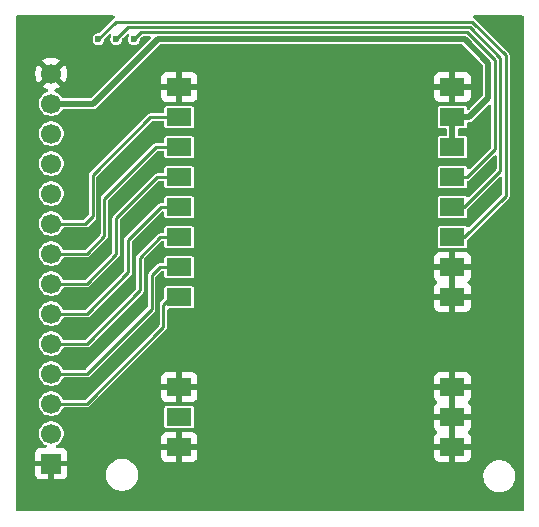
<source format=gbr>
%TF.GenerationSoftware,KiCad,Pcbnew,9.0.4*%
%TF.CreationDate,2025-09-16T08:38:51+02:00*%
%TF.ProjectId,Kimera_E22,4b696d65-7261-45f4-9532-322e6b696361,rev?*%
%TF.SameCoordinates,Original*%
%TF.FileFunction,Copper,L1,Top*%
%TF.FilePolarity,Positive*%
%FSLAX46Y46*%
G04 Gerber Fmt 4.6, Leading zero omitted, Abs format (unit mm)*
G04 Created by KiCad (PCBNEW 9.0.4) date 2025-09-16 08:38:51*
%MOMM*%
%LPD*%
G01*
G04 APERTURE LIST*
%TA.AperFunction,SMDPad,CuDef*%
%ADD10R,2.080000X1.510000*%
%TD*%
%TA.AperFunction,ComponentPad*%
%ADD11R,1.700000X1.700000*%
%TD*%
%TA.AperFunction,ComponentPad*%
%ADD12C,1.700000*%
%TD*%
%TA.AperFunction,ViaPad*%
%ADD13C,0.600000*%
%TD*%
%TA.AperFunction,Conductor*%
%ADD14C,0.250000*%
%TD*%
%TA.AperFunction,Conductor*%
%ADD15C,0.500000*%
%TD*%
G04 APERTURE END LIST*
D10*
%TO.P,U1,1,GND*%
%TO.N,Net-(J1-Pin_1)*%
X139970000Y-95030000D03*
%TO.P,U1,2,GND*%
X139970000Y-92490000D03*
%TO.P,U1,3,GND*%
X139970000Y-89950000D03*
%TO.P,U1,4,GND*%
X139970000Y-82350000D03*
%TO.P,U1,5,GND*%
X139970000Y-79810000D03*
%TO.P,U1,6,RXEN*%
%TO.N,Net-(J1-Pin_12)*%
X139970000Y-77270000D03*
%TO.P,U1,7,TXEN*%
%TO.N,Net-(J1-Pin_11)*%
X139970000Y-74730000D03*
%TO.P,U1,8,DIO2*%
%TO.N,Net-(J1-Pin_10)*%
X139970000Y-72190000D03*
%TO.P,U1,9,VCC*%
%TO.N,Net-(J1-Pin_13)*%
X139970000Y-69650000D03*
%TO.P,U1,10,VCC*%
X139970000Y-67110000D03*
%TO.P,U1,11,GND*%
%TO.N,Net-(J1-Pin_1)*%
X139970000Y-64570000D03*
%TO.P,U1,12,GND*%
X116820000Y-64570000D03*
%TO.P,U1,13,DIO1*%
%TO.N,Net-(J1-Pin_9)*%
X116820000Y-67110000D03*
%TO.P,U1,14,BUSY*%
%TO.N,Net-(J1-Pin_8)*%
X116820000Y-69650000D03*
%TO.P,U1,15,~{RST}*%
%TO.N,Net-(J1-Pin_7)*%
X116820000Y-72190000D03*
%TO.P,U1,16,MISO*%
%TO.N,Net-(J1-Pin_6)*%
X116820000Y-74730000D03*
%TO.P,U1,17,MOSI*%
%TO.N,Net-(J1-Pin_5)*%
X116820000Y-77270000D03*
%TO.P,U1,18,SCK*%
%TO.N,Net-(J1-Pin_4)*%
X116820000Y-79810000D03*
%TO.P,U1,19,NSS*%
%TO.N,Net-(J1-Pin_3)*%
X116820000Y-82350000D03*
%TO.P,U1,20,GND*%
%TO.N,Net-(J1-Pin_1)*%
X116820000Y-89950000D03*
%TO.P,U1,21,ANT*%
%TO.N,unconnected-(U1-ANT-Pad21)*%
X116820000Y-92490000D03*
%TO.P,U1,22,GND*%
%TO.N,Net-(J1-Pin_1)*%
X116820000Y-95030000D03*
%TD*%
D11*
%TO.P,J1,1,Pin_1*%
%TO.N,Net-(J1-Pin_1)*%
X106000000Y-96440000D03*
D12*
%TO.P,J1,2,Pin_2*%
%TO.N,unconnected-(J1-Pin_2-Pad2)*%
X106000000Y-93900000D03*
%TO.P,J1,3,Pin_3*%
%TO.N,Net-(J1-Pin_3)*%
X106000000Y-91360000D03*
%TO.P,J1,4,Pin_4*%
%TO.N,Net-(J1-Pin_4)*%
X106000000Y-88820000D03*
%TO.P,J1,5,Pin_5*%
%TO.N,Net-(J1-Pin_5)*%
X106000000Y-86280000D03*
%TO.P,J1,6,Pin_6*%
%TO.N,Net-(J1-Pin_6)*%
X106000000Y-83740000D03*
%TO.P,J1,7,Pin_7*%
%TO.N,Net-(J1-Pin_7)*%
X106000000Y-81200000D03*
%TO.P,J1,8,Pin_8*%
%TO.N,Net-(J1-Pin_8)*%
X106000000Y-78660000D03*
%TO.P,J1,9,Pin_9*%
%TO.N,Net-(J1-Pin_9)*%
X106000000Y-76120000D03*
%TO.P,J1,10,Pin_10*%
%TO.N,Net-(J1-Pin_10)*%
X106000000Y-73580000D03*
%TO.P,J1,11,Pin_11*%
%TO.N,Net-(J1-Pin_11)*%
X106000000Y-71040000D03*
%TO.P,J1,12,Pin_12*%
%TO.N,Net-(J1-Pin_12)*%
X106000000Y-68500000D03*
%TO.P,J1,13,Pin_13*%
%TO.N,Net-(J1-Pin_13)*%
X106000000Y-65960000D03*
%TO.P,J1,14,Pin_14*%
%TO.N,Net-(J1-Pin_1)*%
X106000000Y-63420000D03*
%TD*%
D13*
%TO.N,Net-(J1-Pin_10)*%
X113000000Y-60500000D03*
%TO.N,Net-(J1-Pin_12)*%
X110000000Y-60500000D03*
%TO.N,Net-(J1-Pin_11)*%
X111500000Y-60500000D03*
%TD*%
D14*
%TO.N,Net-(J1-Pin_10)*%
X141238587Y-59924000D02*
X113576000Y-59924000D01*
X141200000Y-72190000D02*
X143576000Y-69814000D01*
X113576000Y-59924000D02*
X113000000Y-60500000D01*
X143576000Y-62261412D02*
X141238587Y-59924000D01*
X139970000Y-72190000D02*
X141200000Y-72190000D01*
X143576000Y-69814000D02*
X143576000Y-62261412D01*
%TO.N,Net-(J1-Pin_3)*%
X115500000Y-84860000D02*
X115500000Y-83000000D01*
X115500000Y-83000000D02*
X116150000Y-82350000D01*
X116150000Y-82350000D02*
X116820000Y-82350000D01*
X106000000Y-91360000D02*
X109000000Y-91360000D01*
X109000000Y-91360000D02*
X115500000Y-84860000D01*
%TO.N,Net-(J1-Pin_7)*%
X111500000Y-75660000D02*
X114970000Y-72190000D01*
X106000000Y-81200000D02*
X109000000Y-81200000D01*
X111500000Y-78700000D02*
X111500000Y-75660000D01*
X109000000Y-81200000D02*
X111500000Y-78700000D01*
X114970000Y-72190000D02*
X116820000Y-72190000D01*
%TO.N,Net-(J1-Pin_5)*%
X106000000Y-86280000D02*
X109000000Y-86280000D01*
X113500000Y-81780000D02*
X113500000Y-79000000D01*
X109000000Y-86280000D02*
X113500000Y-81780000D01*
X113500000Y-79000000D02*
X115230000Y-77270000D01*
X115230000Y-77270000D02*
X116820000Y-77270000D01*
%TO.N,Net-(J1-Pin_6)*%
X109000000Y-83740000D02*
X112500000Y-80240000D01*
X115270000Y-74730000D02*
X116820000Y-74730000D01*
X112500000Y-80240000D02*
X112500000Y-77500000D01*
X106000000Y-83740000D02*
X109000000Y-83740000D01*
X112500000Y-77500000D02*
X115270000Y-74730000D01*
%TO.N,Net-(J1-Pin_12)*%
X141612207Y-59022000D02*
X111478000Y-59022000D01*
X140970000Y-77270000D02*
X144478000Y-73762000D01*
X144478000Y-61887793D02*
X141612207Y-59022000D01*
X111478000Y-59022000D02*
X110000000Y-60500000D01*
X144478000Y-73762000D02*
X144478000Y-61887793D01*
X139970000Y-77270000D02*
X140970000Y-77270000D01*
%TO.N,Net-(J1-Pin_8)*%
X110500000Y-74000000D02*
X114850000Y-69650000D01*
X110500000Y-77160000D02*
X110500000Y-74000000D01*
X114850000Y-69650000D02*
X116820000Y-69650000D01*
X106000000Y-78660000D02*
X109000000Y-78660000D01*
X109000000Y-78660000D02*
X110500000Y-77160000D01*
%TO.N,Net-(J1-Pin_9)*%
X108880000Y-76120000D02*
X109500000Y-75500000D01*
X106000000Y-76120000D02*
X108880000Y-76120000D01*
X109500000Y-72010000D02*
X114400000Y-67110000D01*
X114400000Y-67110000D02*
X116820000Y-67110000D01*
X109500000Y-75500000D02*
X109500000Y-72010000D01*
%TO.N,Net-(J1-Pin_4)*%
X115190000Y-79810000D02*
X116820000Y-79810000D01*
X106000000Y-88820000D02*
X109000000Y-88820000D01*
X114500000Y-83320000D02*
X114500000Y-80500000D01*
X109000000Y-88820000D02*
X114500000Y-83320000D01*
X114500000Y-80500000D02*
X115190000Y-79810000D01*
%TO.N,Net-(J1-Pin_11)*%
X144027000Y-71643000D02*
X140940000Y-74730000D01*
X144027000Y-62074603D02*
X144027000Y-71643000D01*
X139970000Y-74730000D02*
X140770000Y-74730000D01*
X140940000Y-74730000D02*
X139970000Y-74730000D01*
X111500000Y-60500000D02*
X112527000Y-59473000D01*
X112527000Y-59473000D02*
X141425397Y-59473000D01*
X141425397Y-59473000D02*
X144027000Y-62074603D01*
D15*
%TO.N,Net-(J1-Pin_13)*%
X139970000Y-67110000D02*
X141390000Y-67110000D01*
X139970000Y-67110000D02*
X139970000Y-69650000D01*
X143000000Y-65500000D02*
X143000000Y-62500000D01*
X115000000Y-60500000D02*
X109500000Y-66000000D01*
X109500000Y-66000000D02*
X109460000Y-65960000D01*
X109460000Y-65960000D02*
X106000000Y-65960000D01*
X141390000Y-67110000D02*
X143000000Y-65500000D01*
X143000000Y-62500000D02*
X141000000Y-60500000D01*
X141000000Y-60500000D02*
X115000000Y-60500000D01*
%TD*%
%TA.AperFunction,Conductor*%
%TO.N,Net-(J1-Pin_1)*%
G36*
X111334528Y-58520185D02*
G01*
X111380283Y-58572989D01*
X111390227Y-58642147D01*
X111361202Y-58705703D01*
X111329489Y-58731887D01*
X111278141Y-58761532D01*
X111278136Y-58761536D01*
X110076492Y-59963181D01*
X110015169Y-59996666D01*
X109988811Y-59999500D01*
X109934108Y-59999500D01*
X109806812Y-60033608D01*
X109692686Y-60099500D01*
X109692683Y-60099502D01*
X109599502Y-60192683D01*
X109599500Y-60192686D01*
X109533608Y-60306812D01*
X109499500Y-60434108D01*
X109499500Y-60565891D01*
X109533608Y-60693187D01*
X109566554Y-60750250D01*
X109599500Y-60807314D01*
X109692686Y-60900500D01*
X109806814Y-60966392D01*
X109934108Y-61000500D01*
X109934110Y-61000500D01*
X110065890Y-61000500D01*
X110065892Y-61000500D01*
X110193186Y-60966392D01*
X110307314Y-60900500D01*
X110400500Y-60807314D01*
X110466392Y-60693186D01*
X110500500Y-60565892D01*
X110500500Y-60511188D01*
X110520185Y-60444149D01*
X110536819Y-60423507D01*
X110710826Y-60249500D01*
X110886826Y-60073499D01*
X110948147Y-60040016D01*
X111017838Y-60045000D01*
X111073772Y-60086871D01*
X111098189Y-60152336D01*
X111083337Y-60220609D01*
X111081892Y-60223182D01*
X111033609Y-60306810D01*
X111033609Y-60306811D01*
X110999500Y-60434108D01*
X110999500Y-60565891D01*
X111033608Y-60693187D01*
X111066554Y-60750250D01*
X111099500Y-60807314D01*
X111192686Y-60900500D01*
X111306814Y-60966392D01*
X111434108Y-61000500D01*
X111434110Y-61000500D01*
X111565890Y-61000500D01*
X111565892Y-61000500D01*
X111693186Y-60966392D01*
X111807314Y-60900500D01*
X111900500Y-60807314D01*
X111966392Y-60693186D01*
X112000500Y-60565892D01*
X112000500Y-60511188D01*
X112020185Y-60444150D01*
X112036819Y-60423508D01*
X112210827Y-60249500D01*
X112386825Y-60073501D01*
X112448146Y-60040018D01*
X112517837Y-60045002D01*
X112573771Y-60086873D01*
X112598188Y-60152338D01*
X112583336Y-60220611D01*
X112581891Y-60223184D01*
X112533609Y-60306810D01*
X112533609Y-60306811D01*
X112499500Y-60434108D01*
X112499500Y-60565891D01*
X112533608Y-60693187D01*
X112566554Y-60750250D01*
X112599500Y-60807314D01*
X112692686Y-60900500D01*
X112806814Y-60966392D01*
X112934108Y-61000500D01*
X112934110Y-61000500D01*
X113065890Y-61000500D01*
X113065892Y-61000500D01*
X113193186Y-60966392D01*
X113307314Y-60900500D01*
X113400500Y-60807314D01*
X113466392Y-60693186D01*
X113500500Y-60565892D01*
X113500500Y-60511188D01*
X113509144Y-60481748D01*
X113515668Y-60451762D01*
X113519422Y-60446746D01*
X113520185Y-60444150D01*
X113536819Y-60423508D01*
X113674508Y-60285819D01*
X113735831Y-60252334D01*
X113762189Y-60249500D01*
X114314034Y-60249500D01*
X114381073Y-60269185D01*
X114426828Y-60321989D01*
X114436772Y-60391147D01*
X114407747Y-60454703D01*
X114401715Y-60461181D01*
X109389716Y-65473181D01*
X109328393Y-65506666D01*
X109302035Y-65509500D01*
X107028691Y-65509500D01*
X106961652Y-65489815D01*
X106925589Y-65454391D01*
X106815977Y-65290344D01*
X106669657Y-65144024D01*
X106583626Y-65086541D01*
X106497598Y-65029059D01*
X106497593Y-65029057D01*
X106435891Y-65003499D01*
X106332890Y-64960834D01*
X106278488Y-64916994D01*
X106256423Y-64850700D01*
X106273702Y-64783001D01*
X106324839Y-64735390D01*
X106342026Y-64728343D01*
X106518217Y-64671095D01*
X106707554Y-64574622D01*
X106761716Y-64535270D01*
X106761717Y-64535270D01*
X106129408Y-63902962D01*
X106192993Y-63885925D01*
X106307007Y-63820099D01*
X106400099Y-63727007D01*
X106465925Y-63612993D01*
X106482962Y-63549409D01*
X107115270Y-64181717D01*
X107115270Y-64181716D01*
X107154622Y-64127554D01*
X107251095Y-63938217D01*
X107316757Y-63736130D01*
X107316757Y-63736127D01*
X107350000Y-63526246D01*
X107350000Y-63313753D01*
X107316757Y-63103872D01*
X107316757Y-63103869D01*
X107251095Y-62901782D01*
X107154624Y-62712449D01*
X107115270Y-62658282D01*
X107115269Y-62658282D01*
X106482962Y-63290590D01*
X106465925Y-63227007D01*
X106400099Y-63112993D01*
X106307007Y-63019901D01*
X106192993Y-62954075D01*
X106129409Y-62937037D01*
X106761716Y-62304728D01*
X106707550Y-62265375D01*
X106518217Y-62168904D01*
X106316129Y-62103242D01*
X106106246Y-62070000D01*
X105893754Y-62070000D01*
X105683872Y-62103242D01*
X105683869Y-62103242D01*
X105481782Y-62168904D01*
X105292439Y-62265380D01*
X105238282Y-62304727D01*
X105238282Y-62304728D01*
X105870591Y-62937037D01*
X105807007Y-62954075D01*
X105692993Y-63019901D01*
X105599901Y-63112993D01*
X105534075Y-63227007D01*
X105517037Y-63290591D01*
X104884728Y-62658282D01*
X104884727Y-62658282D01*
X104845380Y-62712439D01*
X104748904Y-62901782D01*
X104683242Y-63103869D01*
X104683242Y-63103872D01*
X104650000Y-63313753D01*
X104650000Y-63526246D01*
X104683242Y-63736127D01*
X104683242Y-63736130D01*
X104748904Y-63938217D01*
X104845375Y-64127550D01*
X104884728Y-64181716D01*
X105517037Y-63549408D01*
X105534075Y-63612993D01*
X105599901Y-63727007D01*
X105692993Y-63820099D01*
X105807007Y-63885925D01*
X105870590Y-63902962D01*
X105238282Y-64535269D01*
X105238282Y-64535270D01*
X105292449Y-64574624D01*
X105481782Y-64671095D01*
X105657973Y-64728343D01*
X105715648Y-64767780D01*
X105742847Y-64832139D01*
X105730932Y-64900985D01*
X105683688Y-64952461D01*
X105667108Y-64960835D01*
X105502403Y-65029057D01*
X105330342Y-65144024D01*
X105184024Y-65290342D01*
X105069058Y-65462403D01*
X104989870Y-65653579D01*
X104989868Y-65653587D01*
X104949500Y-65856530D01*
X104949500Y-66063469D01*
X104989868Y-66266412D01*
X104989870Y-66266420D01*
X105069058Y-66457596D01*
X105184024Y-66629657D01*
X105330342Y-66775975D01*
X105330345Y-66775977D01*
X105502402Y-66890941D01*
X105693580Y-66970130D01*
X105896530Y-67010499D01*
X105896534Y-67010500D01*
X105896535Y-67010500D01*
X106103466Y-67010500D01*
X106103467Y-67010499D01*
X106306420Y-66970130D01*
X106497598Y-66890941D01*
X106669655Y-66775977D01*
X106815977Y-66629655D01*
X106925589Y-66465609D01*
X106979201Y-66420804D01*
X107028691Y-66410500D01*
X109278998Y-66410500D01*
X109318104Y-66418278D01*
X109318261Y-66417695D01*
X109326112Y-66419798D01*
X109326113Y-66419799D01*
X109440691Y-66450499D01*
X109440694Y-66450499D01*
X109559307Y-66450499D01*
X109559310Y-66450499D01*
X109649669Y-66426287D01*
X109673884Y-66419800D01*
X109673885Y-66419799D01*
X109673887Y-66419799D01*
X109676522Y-66418278D01*
X109776607Y-66360494D01*
X109776606Y-66360494D01*
X109776614Y-66360490D01*
X109860490Y-66276614D01*
X109860490Y-66276612D01*
X109870694Y-66266409D01*
X109870697Y-66266404D01*
X110764257Y-65372844D01*
X115280000Y-65372844D01*
X115286401Y-65432372D01*
X115286403Y-65432379D01*
X115336645Y-65567086D01*
X115336649Y-65567093D01*
X115422809Y-65682187D01*
X115422812Y-65682190D01*
X115537906Y-65768350D01*
X115537913Y-65768354D01*
X115672620Y-65818596D01*
X115672627Y-65818598D01*
X115732155Y-65824999D01*
X115732172Y-65825000D01*
X116570000Y-65825000D01*
X117070000Y-65825000D01*
X117907828Y-65825000D01*
X117907844Y-65824999D01*
X117967372Y-65818598D01*
X117967379Y-65818596D01*
X118102086Y-65768354D01*
X118102093Y-65768350D01*
X118217187Y-65682190D01*
X118217190Y-65682187D01*
X118303350Y-65567093D01*
X118303354Y-65567086D01*
X118353596Y-65432379D01*
X118353598Y-65432372D01*
X118359999Y-65372844D01*
X138430000Y-65372844D01*
X138436401Y-65432372D01*
X138436403Y-65432379D01*
X138486645Y-65567086D01*
X138486649Y-65567093D01*
X138572809Y-65682187D01*
X138572812Y-65682190D01*
X138687906Y-65768350D01*
X138687913Y-65768354D01*
X138822620Y-65818596D01*
X138822627Y-65818598D01*
X138882155Y-65824999D01*
X138882172Y-65825000D01*
X139720000Y-65825000D01*
X140220000Y-65825000D01*
X141057828Y-65825000D01*
X141057844Y-65824999D01*
X141117372Y-65818598D01*
X141117379Y-65818596D01*
X141252086Y-65768354D01*
X141252093Y-65768350D01*
X141367187Y-65682190D01*
X141367190Y-65682187D01*
X141453350Y-65567093D01*
X141453354Y-65567086D01*
X141503596Y-65432379D01*
X141503598Y-65432372D01*
X141509999Y-65372844D01*
X141510000Y-65372827D01*
X141510000Y-64820000D01*
X140220000Y-64820000D01*
X140220000Y-65825000D01*
X139720000Y-65825000D01*
X139720000Y-64820000D01*
X138430000Y-64820000D01*
X138430000Y-65372844D01*
X118359999Y-65372844D01*
X118360000Y-65372827D01*
X118360000Y-64820000D01*
X117070000Y-64820000D01*
X117070000Y-65825000D01*
X116570000Y-65825000D01*
X116570000Y-64820000D01*
X115280000Y-64820000D01*
X115280000Y-65372844D01*
X110764257Y-65372844D01*
X112369947Y-63767155D01*
X115280000Y-63767155D01*
X115280000Y-64320000D01*
X116570000Y-64320000D01*
X117070000Y-64320000D01*
X118360000Y-64320000D01*
X118360000Y-63767172D01*
X118359999Y-63767155D01*
X138430000Y-63767155D01*
X138430000Y-64320000D01*
X139720000Y-64320000D01*
X140220000Y-64320000D01*
X141510000Y-64320000D01*
X141510000Y-63767172D01*
X141509999Y-63767155D01*
X141503598Y-63707627D01*
X141503596Y-63707620D01*
X141453354Y-63572913D01*
X141453350Y-63572906D01*
X141367190Y-63457812D01*
X141367187Y-63457809D01*
X141252093Y-63371649D01*
X141252086Y-63371645D01*
X141117379Y-63321403D01*
X141117372Y-63321401D01*
X141057844Y-63315000D01*
X140220000Y-63315000D01*
X140220000Y-64320000D01*
X139720000Y-64320000D01*
X139720000Y-63315000D01*
X138882155Y-63315000D01*
X138822627Y-63321401D01*
X138822620Y-63321403D01*
X138687913Y-63371645D01*
X138687906Y-63371649D01*
X138572812Y-63457809D01*
X138572809Y-63457812D01*
X138486649Y-63572906D01*
X138486645Y-63572913D01*
X138436403Y-63707620D01*
X138436401Y-63707627D01*
X138430000Y-63767155D01*
X118359999Y-63767155D01*
X118353598Y-63707627D01*
X118353596Y-63707620D01*
X118303354Y-63572913D01*
X118303350Y-63572906D01*
X118217190Y-63457812D01*
X118217187Y-63457809D01*
X118102093Y-63371649D01*
X118102086Y-63371645D01*
X117967379Y-63321403D01*
X117967372Y-63321401D01*
X117907844Y-63315000D01*
X117070000Y-63315000D01*
X117070000Y-64320000D01*
X116570000Y-64320000D01*
X116570000Y-63315000D01*
X115732155Y-63315000D01*
X115672627Y-63321401D01*
X115672620Y-63321403D01*
X115537913Y-63371645D01*
X115537906Y-63371649D01*
X115422812Y-63457809D01*
X115422809Y-63457812D01*
X115336649Y-63572906D01*
X115336645Y-63572913D01*
X115286403Y-63707620D01*
X115286401Y-63707627D01*
X115280000Y-63767155D01*
X112369947Y-63767155D01*
X115150285Y-60986819D01*
X115211608Y-60953334D01*
X115237966Y-60950500D01*
X140762035Y-60950500D01*
X140829074Y-60970185D01*
X140849716Y-60986819D01*
X142513181Y-62650284D01*
X142546666Y-62711607D01*
X142549500Y-62737965D01*
X142549500Y-65262034D01*
X142529815Y-65329073D01*
X142513181Y-65349715D01*
X141422181Y-66440715D01*
X141360858Y-66474200D01*
X141291166Y-66469216D01*
X141235233Y-66427344D01*
X141210816Y-66361880D01*
X141210500Y-66353034D01*
X141210500Y-66335249D01*
X141210499Y-66335247D01*
X141198868Y-66276770D01*
X141198867Y-66276769D01*
X141154552Y-66210447D01*
X141088230Y-66166132D01*
X141088229Y-66166131D01*
X141029752Y-66154500D01*
X141029748Y-66154500D01*
X138910252Y-66154500D01*
X138910247Y-66154500D01*
X138851770Y-66166131D01*
X138851769Y-66166132D01*
X138785447Y-66210447D01*
X138741132Y-66276769D01*
X138741131Y-66276770D01*
X138729500Y-66335247D01*
X138729500Y-67884752D01*
X138741131Y-67943229D01*
X138741132Y-67943230D01*
X138785447Y-68009552D01*
X138851769Y-68053867D01*
X138851770Y-68053868D01*
X138910247Y-68065499D01*
X138910250Y-68065500D01*
X138910252Y-68065500D01*
X139395500Y-68065500D01*
X139462539Y-68085185D01*
X139508294Y-68137989D01*
X139519500Y-68189500D01*
X139519500Y-68570500D01*
X139499815Y-68637539D01*
X139447011Y-68683294D01*
X139395500Y-68694500D01*
X138910247Y-68694500D01*
X138851770Y-68706131D01*
X138851769Y-68706132D01*
X138785447Y-68750447D01*
X138741132Y-68816769D01*
X138741131Y-68816770D01*
X138729500Y-68875247D01*
X138729500Y-70424752D01*
X138741131Y-70483229D01*
X138741132Y-70483230D01*
X138785447Y-70549552D01*
X138851769Y-70593867D01*
X138851770Y-70593868D01*
X138910247Y-70605499D01*
X138910250Y-70605500D01*
X138910252Y-70605500D01*
X141029750Y-70605500D01*
X141029751Y-70605499D01*
X141044568Y-70602552D01*
X141088229Y-70593868D01*
X141088229Y-70593867D01*
X141088231Y-70593867D01*
X141154552Y-70549552D01*
X141198867Y-70483231D01*
X141198867Y-70483229D01*
X141198868Y-70483229D01*
X141210499Y-70424752D01*
X141210500Y-70424750D01*
X141210500Y-68875249D01*
X141210499Y-68875247D01*
X141198868Y-68816770D01*
X141198867Y-68816769D01*
X141154552Y-68750447D01*
X141088230Y-68706132D01*
X141088229Y-68706131D01*
X141029752Y-68694500D01*
X141029748Y-68694500D01*
X140544500Y-68694500D01*
X140477461Y-68674815D01*
X140431706Y-68622011D01*
X140420500Y-68570500D01*
X140420500Y-68189500D01*
X140440185Y-68122461D01*
X140492989Y-68076706D01*
X140544500Y-68065500D01*
X141029750Y-68065500D01*
X141029751Y-68065499D01*
X141044568Y-68062552D01*
X141088229Y-68053868D01*
X141088229Y-68053867D01*
X141088231Y-68053867D01*
X141154552Y-68009552D01*
X141198867Y-67943231D01*
X141198867Y-67943229D01*
X141198868Y-67943229D01*
X141210499Y-67884752D01*
X141210500Y-67884750D01*
X141210500Y-67684500D01*
X141210926Y-67683047D01*
X141210534Y-67681585D01*
X141220743Y-67649615D01*
X141230185Y-67617461D01*
X141231327Y-67616470D01*
X141231789Y-67615027D01*
X141257666Y-67593647D01*
X141282989Y-67571706D01*
X141284862Y-67571179D01*
X141285654Y-67570526D01*
X141291354Y-67569355D01*
X141319743Y-67561381D01*
X141327093Y-67560500D01*
X141449309Y-67560500D01*
X141539673Y-67536286D01*
X141563887Y-67529799D01*
X141666614Y-67470489D01*
X143038819Y-66098284D01*
X143100142Y-66064799D01*
X143169834Y-66069783D01*
X143225767Y-66111655D01*
X143250184Y-66177119D01*
X143250500Y-66185965D01*
X143250500Y-69627811D01*
X143230815Y-69694850D01*
X143214181Y-69715492D01*
X141422181Y-71507492D01*
X141360858Y-71540977D01*
X141291166Y-71535993D01*
X141235233Y-71494121D01*
X141210816Y-71428657D01*
X141210500Y-71419811D01*
X141210500Y-71415249D01*
X141210499Y-71415247D01*
X141198868Y-71356770D01*
X141198867Y-71356769D01*
X141154552Y-71290447D01*
X141088230Y-71246132D01*
X141088229Y-71246131D01*
X141029752Y-71234500D01*
X141029748Y-71234500D01*
X138910252Y-71234500D01*
X138910247Y-71234500D01*
X138851770Y-71246131D01*
X138851769Y-71246132D01*
X138785447Y-71290447D01*
X138741132Y-71356769D01*
X138741131Y-71356770D01*
X138729500Y-71415247D01*
X138729500Y-72964752D01*
X138741131Y-73023229D01*
X138741132Y-73023230D01*
X138785447Y-73089552D01*
X138851769Y-73133867D01*
X138851770Y-73133868D01*
X138910247Y-73145499D01*
X138910250Y-73145500D01*
X138910252Y-73145500D01*
X141029750Y-73145500D01*
X141029751Y-73145499D01*
X141044568Y-73142552D01*
X141088229Y-73133868D01*
X141088229Y-73133867D01*
X141088231Y-73133867D01*
X141154552Y-73089552D01*
X141198867Y-73023231D01*
X141198867Y-73023229D01*
X141198868Y-73023229D01*
X141210499Y-72964752D01*
X141210500Y-72964750D01*
X141210500Y-72619317D01*
X141230185Y-72552278D01*
X141282989Y-72506523D01*
X141302405Y-72499543D01*
X141325639Y-72493318D01*
X141399862Y-72450465D01*
X143489819Y-70360508D01*
X143551142Y-70327023D01*
X143620834Y-70332007D01*
X143676767Y-70373879D01*
X143701184Y-70439343D01*
X143701500Y-70448189D01*
X143701500Y-71456811D01*
X143681815Y-71523850D01*
X143665181Y-71544492D01*
X141351383Y-73858289D01*
X141290060Y-73891774D01*
X141220368Y-73886790D01*
X141164435Y-73844918D01*
X141160600Y-73839499D01*
X141154552Y-73830447D01*
X141088230Y-73786132D01*
X141088229Y-73786131D01*
X141029752Y-73774500D01*
X141029748Y-73774500D01*
X138910252Y-73774500D01*
X138910247Y-73774500D01*
X138851770Y-73786131D01*
X138851769Y-73786132D01*
X138785447Y-73830447D01*
X138741132Y-73896769D01*
X138741131Y-73896770D01*
X138729500Y-73955247D01*
X138729500Y-75504752D01*
X138741131Y-75563229D01*
X138741132Y-75563230D01*
X138785447Y-75629552D01*
X138851769Y-75673867D01*
X138851770Y-75673868D01*
X138910247Y-75685499D01*
X138910250Y-75685500D01*
X138910252Y-75685500D01*
X141029750Y-75685500D01*
X141029751Y-75685499D01*
X141044568Y-75682552D01*
X141088229Y-75673868D01*
X141088229Y-75673867D01*
X141088231Y-75673867D01*
X141154552Y-75629552D01*
X141198867Y-75563231D01*
X141198867Y-75563229D01*
X141198868Y-75563229D01*
X141210499Y-75504752D01*
X141210500Y-75504750D01*
X141210500Y-74971189D01*
X141230185Y-74904150D01*
X141246819Y-74883508D01*
X143940819Y-72189508D01*
X144002142Y-72156023D01*
X144071834Y-72161007D01*
X144127767Y-72202879D01*
X144152184Y-72268343D01*
X144152500Y-72277189D01*
X144152500Y-73575811D01*
X144132815Y-73642850D01*
X144116181Y-73663492D01*
X141363399Y-76416273D01*
X141302076Y-76449758D01*
X141232384Y-76444774D01*
X141176451Y-76402902D01*
X141172629Y-76397503D01*
X141154552Y-76370448D01*
X141088231Y-76326133D01*
X141088230Y-76326132D01*
X141088229Y-76326131D01*
X141029752Y-76314500D01*
X141029748Y-76314500D01*
X138910252Y-76314500D01*
X138910247Y-76314500D01*
X138851770Y-76326131D01*
X138851769Y-76326132D01*
X138785447Y-76370447D01*
X138741132Y-76436769D01*
X138741131Y-76436770D01*
X138729500Y-76495247D01*
X138729500Y-78044752D01*
X138741131Y-78103229D01*
X138741132Y-78103230D01*
X138785447Y-78169552D01*
X138851769Y-78213867D01*
X138851770Y-78213868D01*
X138910247Y-78225499D01*
X138910250Y-78225500D01*
X138910252Y-78225500D01*
X141029750Y-78225500D01*
X141029751Y-78225499D01*
X141044568Y-78222552D01*
X141088229Y-78213868D01*
X141088229Y-78213867D01*
X141088231Y-78213867D01*
X141154552Y-78169552D01*
X141198867Y-78103231D01*
X141198867Y-78103229D01*
X141198868Y-78103229D01*
X141210499Y-78044752D01*
X141210500Y-78044750D01*
X141210500Y-77541189D01*
X141230185Y-77474150D01*
X141246819Y-77453508D01*
X142982374Y-75717953D01*
X144738465Y-73961862D01*
X144781318Y-73887639D01*
X144803500Y-73804853D01*
X144803500Y-73719147D01*
X144803500Y-61844940D01*
X144781318Y-61762155D01*
X144781314Y-61762148D01*
X144738469Y-61687937D01*
X144738463Y-61687929D01*
X141812071Y-58761537D01*
X141812069Y-58761535D01*
X141760716Y-58731886D01*
X141712502Y-58681319D01*
X141699280Y-58612712D01*
X141725248Y-58547848D01*
X141782162Y-58507320D01*
X141822718Y-58500500D01*
X145875500Y-58500500D01*
X145942539Y-58520185D01*
X145988294Y-58572989D01*
X145999500Y-58624500D01*
X145999500Y-100375500D01*
X145979815Y-100442539D01*
X145927011Y-100488294D01*
X145875500Y-100499500D01*
X103124500Y-100499500D01*
X103057461Y-100479815D01*
X103011706Y-100427011D01*
X103000500Y-100375500D01*
X103000500Y-95542155D01*
X104650000Y-95542155D01*
X104650000Y-96190000D01*
X105566988Y-96190000D01*
X105534075Y-96247007D01*
X105500000Y-96374174D01*
X105500000Y-96505826D01*
X105534075Y-96632993D01*
X105566988Y-96690000D01*
X104650000Y-96690000D01*
X104650000Y-97337844D01*
X104656401Y-97397372D01*
X104656403Y-97397379D01*
X104706645Y-97532086D01*
X104706649Y-97532093D01*
X104792809Y-97647187D01*
X104792812Y-97647190D01*
X104907906Y-97733350D01*
X104907913Y-97733354D01*
X105042620Y-97783596D01*
X105042627Y-97783598D01*
X105102155Y-97789999D01*
X105102172Y-97790000D01*
X105750000Y-97790000D01*
X105750000Y-96873012D01*
X105807007Y-96905925D01*
X105934174Y-96940000D01*
X106065826Y-96940000D01*
X106192993Y-96905925D01*
X106250000Y-96873012D01*
X106250000Y-97790000D01*
X106897828Y-97790000D01*
X106897844Y-97789999D01*
X106957372Y-97783598D01*
X106957379Y-97783596D01*
X107092086Y-97733354D01*
X107092093Y-97733350D01*
X107207187Y-97647190D01*
X107207190Y-97647187D01*
X107293350Y-97532093D01*
X107293354Y-97532086D01*
X107343596Y-97397379D01*
X107343598Y-97397372D01*
X107349999Y-97337844D01*
X107350000Y-97337827D01*
X107350000Y-97293713D01*
X110639500Y-97293713D01*
X110639500Y-97506286D01*
X110661816Y-97647187D01*
X110672754Y-97716243D01*
X110708495Y-97826243D01*
X110738444Y-97918414D01*
X110834951Y-98107820D01*
X110959890Y-98279786D01*
X111110213Y-98430109D01*
X111282179Y-98555048D01*
X111282181Y-98555049D01*
X111282184Y-98555051D01*
X111471588Y-98651557D01*
X111673757Y-98717246D01*
X111883713Y-98750500D01*
X111883714Y-98750500D01*
X112096286Y-98750500D01*
X112096287Y-98750500D01*
X112306243Y-98717246D01*
X112508412Y-98651557D01*
X112697816Y-98555051D01*
X112719789Y-98539086D01*
X112869786Y-98430109D01*
X112869788Y-98430106D01*
X112869792Y-98430104D01*
X113020104Y-98279792D01*
X113020106Y-98279788D01*
X113020109Y-98279786D01*
X113145048Y-98107820D01*
X113145047Y-98107820D01*
X113145051Y-98107816D01*
X113241557Y-97918412D01*
X113307246Y-97716243D01*
X113340500Y-97506287D01*
X113340500Y-97403713D01*
X142579500Y-97403713D01*
X142579500Y-97616286D01*
X142607013Y-97790000D01*
X142612754Y-97826243D01*
X142642702Y-97918414D01*
X142678444Y-98028414D01*
X142774951Y-98217820D01*
X142899890Y-98389786D01*
X143050213Y-98540109D01*
X143222179Y-98665048D01*
X143222181Y-98665049D01*
X143222184Y-98665051D01*
X143411588Y-98761557D01*
X143613757Y-98827246D01*
X143823713Y-98860500D01*
X143823714Y-98860500D01*
X144036286Y-98860500D01*
X144036287Y-98860500D01*
X144246243Y-98827246D01*
X144448412Y-98761557D01*
X144637816Y-98665051D01*
X144659789Y-98649086D01*
X144809786Y-98540109D01*
X144809788Y-98540106D01*
X144809792Y-98540104D01*
X144960104Y-98389792D01*
X144960106Y-98389788D01*
X144960109Y-98389786D01*
X145085048Y-98217820D01*
X145085047Y-98217820D01*
X145085051Y-98217816D01*
X145181557Y-98028412D01*
X145247246Y-97826243D01*
X145280500Y-97616287D01*
X145280500Y-97403713D01*
X145247246Y-97193757D01*
X145181557Y-96991588D01*
X145085051Y-96802184D01*
X145085049Y-96802181D01*
X145085048Y-96802179D01*
X144960109Y-96630213D01*
X144809786Y-96479890D01*
X144637820Y-96354951D01*
X144448414Y-96258444D01*
X144448413Y-96258443D01*
X144448412Y-96258443D01*
X144246243Y-96192754D01*
X144246241Y-96192753D01*
X144246240Y-96192753D01*
X144084957Y-96167208D01*
X144036287Y-96159500D01*
X143823713Y-96159500D01*
X143775042Y-96167208D01*
X143613760Y-96192753D01*
X143411585Y-96258444D01*
X143222179Y-96354951D01*
X143050213Y-96479890D01*
X142899890Y-96630213D01*
X142774951Y-96802179D01*
X142678444Y-96991585D01*
X142612753Y-97193760D01*
X142579500Y-97403713D01*
X113340500Y-97403713D01*
X113340500Y-97293713D01*
X113307246Y-97083757D01*
X113241557Y-96881588D01*
X113145051Y-96692184D01*
X113145049Y-96692181D01*
X113145048Y-96692179D01*
X113020109Y-96520213D01*
X112869786Y-96369890D01*
X112697820Y-96244951D01*
X112508414Y-96148444D01*
X112508413Y-96148443D01*
X112508412Y-96148443D01*
X112306243Y-96082754D01*
X112306241Y-96082753D01*
X112306240Y-96082753D01*
X112144957Y-96057208D01*
X112096287Y-96049500D01*
X111883713Y-96049500D01*
X111835042Y-96057208D01*
X111673760Y-96082753D01*
X111471585Y-96148444D01*
X111282179Y-96244951D01*
X111110213Y-96369890D01*
X110959890Y-96520213D01*
X110834951Y-96692179D01*
X110738444Y-96881585D01*
X110672753Y-97083760D01*
X110639500Y-97293713D01*
X107350000Y-97293713D01*
X107350000Y-96690000D01*
X106433012Y-96690000D01*
X106465925Y-96632993D01*
X106500000Y-96505826D01*
X106500000Y-96374174D01*
X106465925Y-96247007D01*
X106433012Y-96190000D01*
X107350000Y-96190000D01*
X107350000Y-95832844D01*
X115280000Y-95832844D01*
X115286401Y-95892372D01*
X115286403Y-95892379D01*
X115336645Y-96027086D01*
X115336649Y-96027093D01*
X115422809Y-96142187D01*
X115422812Y-96142190D01*
X115537906Y-96228350D01*
X115537913Y-96228354D01*
X115672620Y-96278596D01*
X115672627Y-96278598D01*
X115732155Y-96284999D01*
X115732172Y-96285000D01*
X116570000Y-96285000D01*
X117070000Y-96285000D01*
X117907828Y-96285000D01*
X117907844Y-96284999D01*
X117967372Y-96278598D01*
X117967379Y-96278596D01*
X118102086Y-96228354D01*
X118102093Y-96228350D01*
X118217187Y-96142190D01*
X118217190Y-96142187D01*
X118303350Y-96027093D01*
X118303354Y-96027086D01*
X118353596Y-95892379D01*
X118353598Y-95892372D01*
X118359999Y-95832844D01*
X138430000Y-95832844D01*
X138436401Y-95892372D01*
X138436403Y-95892379D01*
X138486645Y-96027086D01*
X138486649Y-96027093D01*
X138572809Y-96142187D01*
X138572812Y-96142190D01*
X138687906Y-96228350D01*
X138687913Y-96228354D01*
X138822620Y-96278596D01*
X138822627Y-96278598D01*
X138882155Y-96284999D01*
X138882172Y-96285000D01*
X139720000Y-96285000D01*
X140220000Y-96285000D01*
X141057828Y-96285000D01*
X141057844Y-96284999D01*
X141117372Y-96278598D01*
X141117379Y-96278596D01*
X141252086Y-96228354D01*
X141252093Y-96228350D01*
X141367187Y-96142190D01*
X141367190Y-96142187D01*
X141453350Y-96027093D01*
X141453354Y-96027086D01*
X141503596Y-95892379D01*
X141503598Y-95892372D01*
X141509999Y-95832844D01*
X141510000Y-95832827D01*
X141510000Y-95280000D01*
X140220000Y-95280000D01*
X140220000Y-96285000D01*
X139720000Y-96285000D01*
X139720000Y-95280000D01*
X138430000Y-95280000D01*
X138430000Y-95832844D01*
X118359999Y-95832844D01*
X118360000Y-95832827D01*
X118360000Y-95280000D01*
X117070000Y-95280000D01*
X117070000Y-96285000D01*
X116570000Y-96285000D01*
X116570000Y-95280000D01*
X115280000Y-95280000D01*
X115280000Y-95832844D01*
X107350000Y-95832844D01*
X107350000Y-95542172D01*
X107349999Y-95542155D01*
X107343598Y-95482627D01*
X107343596Y-95482620D01*
X107293354Y-95347913D01*
X107293350Y-95347906D01*
X107259695Y-95302949D01*
X107207190Y-95232812D01*
X107207187Y-95232809D01*
X107092093Y-95146649D01*
X107092086Y-95146645D01*
X106957379Y-95096403D01*
X106957372Y-95096401D01*
X106897844Y-95090000D01*
X106495565Y-95090000D01*
X106428526Y-95070315D01*
X106382771Y-95017511D01*
X106372827Y-94948353D01*
X106401852Y-94884797D01*
X106448112Y-94851439D01*
X106453608Y-94849162D01*
X106497598Y-94830941D01*
X106669655Y-94715977D01*
X106815977Y-94569655D01*
X106930941Y-94397598D01*
X107001541Y-94227155D01*
X115280000Y-94227155D01*
X115280000Y-94780000D01*
X116570000Y-94780000D01*
X117070000Y-94780000D01*
X118360000Y-94780000D01*
X118360000Y-94227172D01*
X118359999Y-94227155D01*
X118353598Y-94167627D01*
X118353596Y-94167620D01*
X118303354Y-94032913D01*
X118303350Y-94032906D01*
X118217190Y-93917812D01*
X118217187Y-93917809D01*
X118102093Y-93831649D01*
X118102086Y-93831645D01*
X117967379Y-93781403D01*
X117967372Y-93781401D01*
X117907844Y-93775000D01*
X117070000Y-93775000D01*
X117070000Y-94780000D01*
X116570000Y-94780000D01*
X116570000Y-93775000D01*
X115732155Y-93775000D01*
X115672627Y-93781401D01*
X115672620Y-93781403D01*
X115537913Y-93831645D01*
X115537906Y-93831649D01*
X115422812Y-93917809D01*
X115422809Y-93917812D01*
X115336649Y-94032906D01*
X115336645Y-94032913D01*
X115286403Y-94167620D01*
X115286401Y-94167627D01*
X115280000Y-94227155D01*
X107001541Y-94227155D01*
X107010130Y-94206420D01*
X107050500Y-94003465D01*
X107050500Y-93796535D01*
X107010130Y-93593580D01*
X106930941Y-93402402D01*
X106815977Y-93230345D01*
X106815975Y-93230342D01*
X106669657Y-93084024D01*
X106583626Y-93026541D01*
X106497598Y-92969059D01*
X106306420Y-92889870D01*
X106306412Y-92889868D01*
X106103469Y-92849500D01*
X106103465Y-92849500D01*
X105896535Y-92849500D01*
X105896530Y-92849500D01*
X105693587Y-92889868D01*
X105693579Y-92889870D01*
X105502403Y-92969058D01*
X105330342Y-93084024D01*
X105184024Y-93230342D01*
X105069058Y-93402403D01*
X104989870Y-93593579D01*
X104989868Y-93593587D01*
X104949500Y-93796530D01*
X104949500Y-94003469D01*
X104989868Y-94206412D01*
X104989870Y-94206420D01*
X105069058Y-94397596D01*
X105184024Y-94569657D01*
X105330342Y-94715975D01*
X105330345Y-94715977D01*
X105502402Y-94830941D01*
X105541993Y-94847340D01*
X105551888Y-94851439D01*
X105606291Y-94895280D01*
X105628356Y-94961574D01*
X105611077Y-95029274D01*
X105559939Y-95076884D01*
X105504435Y-95090000D01*
X105102155Y-95090000D01*
X105042627Y-95096401D01*
X105042620Y-95096403D01*
X104907913Y-95146645D01*
X104907906Y-95146649D01*
X104792812Y-95232809D01*
X104792809Y-95232812D01*
X104706649Y-95347906D01*
X104706645Y-95347913D01*
X104656403Y-95482620D01*
X104656401Y-95482627D01*
X104650000Y-95542155D01*
X103000500Y-95542155D01*
X103000500Y-91256530D01*
X104949500Y-91256530D01*
X104949500Y-91463469D01*
X104989868Y-91666412D01*
X104989870Y-91666420D01*
X105069058Y-91857596D01*
X105184024Y-92029657D01*
X105330342Y-92175975D01*
X105330345Y-92175977D01*
X105502402Y-92290941D01*
X105693580Y-92370130D01*
X105896530Y-92410499D01*
X105896534Y-92410500D01*
X105896535Y-92410500D01*
X106103466Y-92410500D01*
X106103467Y-92410499D01*
X106306420Y-92370130D01*
X106497598Y-92290941D01*
X106669655Y-92175977D01*
X106815977Y-92029655D01*
X106930941Y-91857598D01*
X106970520Y-91762047D01*
X107008234Y-91715247D01*
X115579500Y-91715247D01*
X115579500Y-93264752D01*
X115591131Y-93323229D01*
X115591132Y-93323230D01*
X115635447Y-93389552D01*
X115701769Y-93433867D01*
X115701770Y-93433868D01*
X115760247Y-93445499D01*
X115760250Y-93445500D01*
X115760252Y-93445500D01*
X117879750Y-93445500D01*
X117879751Y-93445499D01*
X117894568Y-93442552D01*
X117938229Y-93433868D01*
X117938229Y-93433867D01*
X117938231Y-93433867D01*
X118004552Y-93389552D01*
X118048867Y-93323231D01*
X118048867Y-93323229D01*
X118048868Y-93323229D01*
X118054912Y-93292844D01*
X138430000Y-93292844D01*
X138436401Y-93352372D01*
X138436403Y-93352379D01*
X138486645Y-93487086D01*
X138486649Y-93487093D01*
X138572809Y-93602187D01*
X138651016Y-93660734D01*
X138692886Y-93716668D01*
X138697870Y-93786360D01*
X138664384Y-93847683D01*
X138651016Y-93859266D01*
X138572809Y-93917812D01*
X138486649Y-94032906D01*
X138486645Y-94032913D01*
X138436403Y-94167620D01*
X138436401Y-94167627D01*
X138430000Y-94227155D01*
X138430000Y-94780000D01*
X139720000Y-94780000D01*
X140220000Y-94780000D01*
X141510000Y-94780000D01*
X141510000Y-94227172D01*
X141509999Y-94227155D01*
X141503598Y-94167627D01*
X141503596Y-94167620D01*
X141453354Y-94032913D01*
X141453350Y-94032906D01*
X141367190Y-93917812D01*
X141367187Y-93917809D01*
X141288984Y-93859266D01*
X141247113Y-93803332D01*
X141242129Y-93733641D01*
X141275615Y-93672318D01*
X141288984Y-93660734D01*
X141367187Y-93602190D01*
X141367190Y-93602187D01*
X141453350Y-93487093D01*
X141453354Y-93487086D01*
X141503596Y-93352379D01*
X141503598Y-93352372D01*
X141509999Y-93292844D01*
X141510000Y-93292827D01*
X141510000Y-92740000D01*
X140220000Y-92740000D01*
X140220000Y-94780000D01*
X139720000Y-94780000D01*
X139720000Y-92740000D01*
X138430000Y-92740000D01*
X138430000Y-93292844D01*
X118054912Y-93292844D01*
X118060499Y-93264752D01*
X118060500Y-93264750D01*
X118060500Y-91715249D01*
X118060499Y-91715247D01*
X118048868Y-91656770D01*
X118048867Y-91656769D01*
X118004552Y-91590447D01*
X117938230Y-91546132D01*
X117938229Y-91546131D01*
X117879752Y-91534500D01*
X117879748Y-91534500D01*
X115760252Y-91534500D01*
X115760247Y-91534500D01*
X115701770Y-91546131D01*
X115701769Y-91546132D01*
X115635447Y-91590447D01*
X115591132Y-91656769D01*
X115591131Y-91656770D01*
X115579500Y-91715247D01*
X107008234Y-91715247D01*
X107014361Y-91707644D01*
X107080655Y-91685579D01*
X107085081Y-91685500D01*
X109042851Y-91685500D01*
X109042853Y-91685500D01*
X109125639Y-91663318D01*
X109199862Y-91620465D01*
X110067483Y-90752844D01*
X115280000Y-90752844D01*
X115286401Y-90812372D01*
X115286403Y-90812379D01*
X115336645Y-90947086D01*
X115336649Y-90947093D01*
X115422809Y-91062187D01*
X115422812Y-91062190D01*
X115537906Y-91148350D01*
X115537913Y-91148354D01*
X115672620Y-91198596D01*
X115672627Y-91198598D01*
X115732155Y-91204999D01*
X115732172Y-91205000D01*
X116570000Y-91205000D01*
X117070000Y-91205000D01*
X117907828Y-91205000D01*
X117907844Y-91204999D01*
X117967372Y-91198598D01*
X117967379Y-91198596D01*
X118102086Y-91148354D01*
X118102093Y-91148350D01*
X118217187Y-91062190D01*
X118217190Y-91062187D01*
X118303350Y-90947093D01*
X118303354Y-90947086D01*
X118353596Y-90812379D01*
X118353598Y-90812372D01*
X118359999Y-90752844D01*
X138430000Y-90752844D01*
X138436401Y-90812372D01*
X138436403Y-90812379D01*
X138486645Y-90947086D01*
X138486649Y-90947093D01*
X138572809Y-91062187D01*
X138651016Y-91120734D01*
X138692886Y-91176668D01*
X138697870Y-91246360D01*
X138664384Y-91307683D01*
X138651016Y-91319266D01*
X138572809Y-91377812D01*
X138486649Y-91492906D01*
X138486645Y-91492913D01*
X138436403Y-91627620D01*
X138436401Y-91627627D01*
X138430000Y-91687155D01*
X138430000Y-92240000D01*
X139720000Y-92240000D01*
X140220000Y-92240000D01*
X141510000Y-92240000D01*
X141510000Y-91687172D01*
X141509999Y-91687155D01*
X141503598Y-91627627D01*
X141503596Y-91627620D01*
X141453354Y-91492913D01*
X141453350Y-91492906D01*
X141367190Y-91377812D01*
X141367187Y-91377809D01*
X141288984Y-91319266D01*
X141247113Y-91263332D01*
X141242129Y-91193641D01*
X141275615Y-91132318D01*
X141288984Y-91120734D01*
X141367187Y-91062190D01*
X141367190Y-91062187D01*
X141453350Y-90947093D01*
X141453354Y-90947086D01*
X141503596Y-90812379D01*
X141503598Y-90812372D01*
X141509999Y-90752844D01*
X141510000Y-90752827D01*
X141510000Y-90200000D01*
X140220000Y-90200000D01*
X140220000Y-92240000D01*
X139720000Y-92240000D01*
X139720000Y-90200000D01*
X138430000Y-90200000D01*
X138430000Y-90752844D01*
X118359999Y-90752844D01*
X118360000Y-90752827D01*
X118360000Y-90200000D01*
X117070000Y-90200000D01*
X117070000Y-91205000D01*
X116570000Y-91205000D01*
X116570000Y-90200000D01*
X115280000Y-90200000D01*
X115280000Y-90752844D01*
X110067483Y-90752844D01*
X111673172Y-89147155D01*
X115280000Y-89147155D01*
X115280000Y-89700000D01*
X116570000Y-89700000D01*
X117070000Y-89700000D01*
X118360000Y-89700000D01*
X118360000Y-89147172D01*
X118359999Y-89147155D01*
X138430000Y-89147155D01*
X138430000Y-89700000D01*
X139720000Y-89700000D01*
X140220000Y-89700000D01*
X141510000Y-89700000D01*
X141510000Y-89147172D01*
X141509999Y-89147155D01*
X141503598Y-89087627D01*
X141503596Y-89087620D01*
X141453354Y-88952913D01*
X141453350Y-88952906D01*
X141367190Y-88837812D01*
X141367187Y-88837809D01*
X141252093Y-88751649D01*
X141252086Y-88751645D01*
X141117379Y-88701403D01*
X141117372Y-88701401D01*
X141057844Y-88695000D01*
X140220000Y-88695000D01*
X140220000Y-89700000D01*
X139720000Y-89700000D01*
X139720000Y-88695000D01*
X138882155Y-88695000D01*
X138822627Y-88701401D01*
X138822620Y-88701403D01*
X138687913Y-88751645D01*
X138687906Y-88751649D01*
X138572812Y-88837809D01*
X138572809Y-88837812D01*
X138486649Y-88952906D01*
X138486645Y-88952913D01*
X138436403Y-89087620D01*
X138436401Y-89087627D01*
X138430000Y-89147155D01*
X118359999Y-89147155D01*
X118353598Y-89087627D01*
X118353596Y-89087620D01*
X118303354Y-88952913D01*
X118303350Y-88952906D01*
X118217190Y-88837812D01*
X118217187Y-88837809D01*
X118102093Y-88751649D01*
X118102086Y-88751645D01*
X117967379Y-88701403D01*
X117967372Y-88701401D01*
X117907844Y-88695000D01*
X117070000Y-88695000D01*
X117070000Y-89700000D01*
X116570000Y-89700000D01*
X116570000Y-88695000D01*
X115732155Y-88695000D01*
X115672627Y-88701401D01*
X115672620Y-88701403D01*
X115537913Y-88751645D01*
X115537906Y-88751649D01*
X115422812Y-88837809D01*
X115422809Y-88837812D01*
X115336649Y-88952906D01*
X115336645Y-88952913D01*
X115286403Y-89087620D01*
X115286401Y-89087627D01*
X115280000Y-89147155D01*
X111673172Y-89147155D01*
X115760465Y-85059862D01*
X115803318Y-84985639D01*
X115825500Y-84902853D01*
X115825500Y-84817147D01*
X115825500Y-83429500D01*
X115845185Y-83362461D01*
X115897989Y-83316706D01*
X115949500Y-83305500D01*
X117879750Y-83305500D01*
X117879751Y-83305499D01*
X117894568Y-83302552D01*
X117938229Y-83293868D01*
X117938229Y-83293867D01*
X117938231Y-83293867D01*
X118004552Y-83249552D01*
X118048867Y-83183231D01*
X118048867Y-83183229D01*
X118048868Y-83183229D01*
X118054912Y-83152844D01*
X138430000Y-83152844D01*
X138436401Y-83212372D01*
X138436403Y-83212379D01*
X138486645Y-83347086D01*
X138486649Y-83347093D01*
X138572809Y-83462187D01*
X138572812Y-83462190D01*
X138687906Y-83548350D01*
X138687913Y-83548354D01*
X138822620Y-83598596D01*
X138822627Y-83598598D01*
X138882155Y-83604999D01*
X138882172Y-83605000D01*
X139720000Y-83605000D01*
X140220000Y-83605000D01*
X141057828Y-83605000D01*
X141057844Y-83604999D01*
X141117372Y-83598598D01*
X141117379Y-83598596D01*
X141252086Y-83548354D01*
X141252093Y-83548350D01*
X141367187Y-83462190D01*
X141367190Y-83462187D01*
X141453350Y-83347093D01*
X141453354Y-83347086D01*
X141503596Y-83212379D01*
X141503598Y-83212372D01*
X141509999Y-83152844D01*
X141510000Y-83152827D01*
X141510000Y-82600000D01*
X140220000Y-82600000D01*
X140220000Y-83605000D01*
X139720000Y-83605000D01*
X139720000Y-82600000D01*
X138430000Y-82600000D01*
X138430000Y-83152844D01*
X118054912Y-83152844D01*
X118060499Y-83124752D01*
X118060500Y-83124750D01*
X118060500Y-81575249D01*
X118060499Y-81575247D01*
X118048868Y-81516770D01*
X118048867Y-81516769D01*
X118004552Y-81450447D01*
X117938230Y-81406132D01*
X117938229Y-81406131D01*
X117879752Y-81394500D01*
X117879748Y-81394500D01*
X115760252Y-81394500D01*
X115760247Y-81394500D01*
X115701770Y-81406131D01*
X115701769Y-81406132D01*
X115635447Y-81450447D01*
X115591132Y-81516769D01*
X115591131Y-81516770D01*
X115579500Y-81575247D01*
X115579500Y-82408811D01*
X115559815Y-82475850D01*
X115543181Y-82496492D01*
X115239537Y-82800135D01*
X115239533Y-82800141D01*
X115196681Y-82874361D01*
X115196682Y-82874362D01*
X115174500Y-82957147D01*
X115174500Y-84673811D01*
X115154815Y-84740850D01*
X115138181Y-84761492D01*
X108901492Y-90998181D01*
X108840169Y-91031666D01*
X108813811Y-91034500D01*
X107085081Y-91034500D01*
X107018042Y-91014815D01*
X106972287Y-90962011D01*
X106970520Y-90957953D01*
X106930942Y-90862403D01*
X106815975Y-90690342D01*
X106669657Y-90544024D01*
X106583626Y-90486541D01*
X106497598Y-90429059D01*
X106306420Y-90349870D01*
X106306412Y-90349868D01*
X106103469Y-90309500D01*
X106103465Y-90309500D01*
X105896535Y-90309500D01*
X105896530Y-90309500D01*
X105693587Y-90349868D01*
X105693579Y-90349870D01*
X105502403Y-90429058D01*
X105330342Y-90544024D01*
X105184024Y-90690342D01*
X105069058Y-90862403D01*
X104989870Y-91053579D01*
X104989868Y-91053587D01*
X104949500Y-91256530D01*
X103000500Y-91256530D01*
X103000500Y-88716530D01*
X104949500Y-88716530D01*
X104949500Y-88923469D01*
X104989868Y-89126412D01*
X104989870Y-89126420D01*
X105069058Y-89317596D01*
X105184024Y-89489657D01*
X105330342Y-89635975D01*
X105330345Y-89635977D01*
X105502402Y-89750941D01*
X105693580Y-89830130D01*
X105896530Y-89870499D01*
X105896534Y-89870500D01*
X105896535Y-89870500D01*
X106103466Y-89870500D01*
X106103467Y-89870499D01*
X106306420Y-89830130D01*
X106497598Y-89750941D01*
X106669655Y-89635977D01*
X106815977Y-89489655D01*
X106930941Y-89317598D01*
X106970520Y-89222047D01*
X107014361Y-89167644D01*
X107080655Y-89145579D01*
X107085081Y-89145500D01*
X109042851Y-89145500D01*
X109042853Y-89145500D01*
X109125639Y-89123318D01*
X109199862Y-89080465D01*
X114689652Y-83590672D01*
X114689657Y-83590669D01*
X114699860Y-83580465D01*
X114699862Y-83580465D01*
X114760465Y-83519862D01*
X114803318Y-83445638D01*
X114806549Y-83433580D01*
X114825501Y-83362853D01*
X114825501Y-83277147D01*
X114825500Y-83277143D01*
X114825500Y-80686189D01*
X114845185Y-80619150D01*
X114861819Y-80598508D01*
X115288508Y-80171819D01*
X115349831Y-80138334D01*
X115376189Y-80135500D01*
X115455500Y-80135500D01*
X115522539Y-80155185D01*
X115568294Y-80207989D01*
X115579500Y-80259500D01*
X115579500Y-80584752D01*
X115591131Y-80643229D01*
X115591132Y-80643230D01*
X115635447Y-80709552D01*
X115701769Y-80753867D01*
X115701770Y-80753868D01*
X115760247Y-80765499D01*
X115760250Y-80765500D01*
X115760252Y-80765500D01*
X117879750Y-80765500D01*
X117879751Y-80765499D01*
X117894568Y-80762552D01*
X117938229Y-80753868D01*
X117938229Y-80753867D01*
X117938231Y-80753867D01*
X118004552Y-80709552D01*
X118048867Y-80643231D01*
X118048867Y-80643229D01*
X118048868Y-80643229D01*
X118054912Y-80612844D01*
X138430000Y-80612844D01*
X138436401Y-80672372D01*
X138436403Y-80672379D01*
X138486645Y-80807086D01*
X138486649Y-80807093D01*
X138572809Y-80922187D01*
X138651016Y-80980734D01*
X138692886Y-81036668D01*
X138697870Y-81106360D01*
X138664384Y-81167683D01*
X138651016Y-81179266D01*
X138572809Y-81237812D01*
X138486649Y-81352906D01*
X138486645Y-81352913D01*
X138436403Y-81487620D01*
X138436401Y-81487627D01*
X138430000Y-81547155D01*
X138430000Y-82100000D01*
X139720000Y-82100000D01*
X140220000Y-82100000D01*
X141510000Y-82100000D01*
X141510000Y-81547172D01*
X141509999Y-81547155D01*
X141503598Y-81487627D01*
X141503596Y-81487620D01*
X141453354Y-81352913D01*
X141453350Y-81352906D01*
X141367190Y-81237812D01*
X141367187Y-81237809D01*
X141288984Y-81179266D01*
X141247113Y-81123332D01*
X141242129Y-81053641D01*
X141275615Y-80992318D01*
X141288984Y-80980734D01*
X141367187Y-80922190D01*
X141367190Y-80922187D01*
X141453350Y-80807093D01*
X141453354Y-80807086D01*
X141503596Y-80672379D01*
X141503598Y-80672372D01*
X141509999Y-80612844D01*
X141510000Y-80612827D01*
X141510000Y-80060000D01*
X140220000Y-80060000D01*
X140220000Y-82100000D01*
X139720000Y-82100000D01*
X139720000Y-80060000D01*
X138430000Y-80060000D01*
X138430000Y-80612844D01*
X118054912Y-80612844D01*
X118060499Y-80584752D01*
X118060500Y-80584750D01*
X118060500Y-79035249D01*
X118060499Y-79035247D01*
X118059066Y-79028038D01*
X118059066Y-79028037D01*
X118054912Y-79007155D01*
X138430000Y-79007155D01*
X138430000Y-79560000D01*
X139720000Y-79560000D01*
X140220000Y-79560000D01*
X141510000Y-79560000D01*
X141510000Y-79007172D01*
X141509999Y-79007155D01*
X141503598Y-78947627D01*
X141503596Y-78947620D01*
X141453354Y-78812913D01*
X141453350Y-78812906D01*
X141367190Y-78697812D01*
X141367187Y-78697809D01*
X141252093Y-78611649D01*
X141252086Y-78611645D01*
X141117379Y-78561403D01*
X141117372Y-78561401D01*
X141057844Y-78555000D01*
X140220000Y-78555000D01*
X140220000Y-79560000D01*
X139720000Y-79560000D01*
X139720000Y-78555000D01*
X138882155Y-78555000D01*
X138822627Y-78561401D01*
X138822620Y-78561403D01*
X138687913Y-78611645D01*
X138687906Y-78611649D01*
X138572812Y-78697809D01*
X138572809Y-78697812D01*
X138486649Y-78812906D01*
X138486645Y-78812913D01*
X138436403Y-78947620D01*
X138436401Y-78947627D01*
X138430000Y-79007155D01*
X118054912Y-79007155D01*
X118048867Y-78976770D01*
X118048867Y-78976769D01*
X118004552Y-78910447D01*
X117938230Y-78866132D01*
X117938229Y-78866131D01*
X117879752Y-78854500D01*
X117879748Y-78854500D01*
X115760252Y-78854500D01*
X115760247Y-78854500D01*
X115701770Y-78866131D01*
X115701769Y-78866132D01*
X115635447Y-78910447D01*
X115591132Y-78976769D01*
X115591131Y-78976770D01*
X115579500Y-79035247D01*
X115579500Y-79360500D01*
X115559815Y-79427539D01*
X115507011Y-79473294D01*
X115455500Y-79484500D01*
X115147147Y-79484500D01*
X115064362Y-79506682D01*
X115064355Y-79506685D01*
X114990144Y-79549530D01*
X114990136Y-79549536D01*
X114239537Y-80300135D01*
X114239533Y-80300141D01*
X114196681Y-80374361D01*
X114196682Y-80374362D01*
X114174500Y-80457147D01*
X114174500Y-83133811D01*
X114154815Y-83200850D01*
X114138181Y-83221492D01*
X108901492Y-88458181D01*
X108840169Y-88491666D01*
X108813811Y-88494500D01*
X107085081Y-88494500D01*
X107018042Y-88474815D01*
X106972287Y-88422011D01*
X106970520Y-88417953D01*
X106930942Y-88322403D01*
X106815975Y-88150342D01*
X106669657Y-88004024D01*
X106583626Y-87946541D01*
X106497598Y-87889059D01*
X106306420Y-87809870D01*
X106306412Y-87809868D01*
X106103469Y-87769500D01*
X106103465Y-87769500D01*
X105896535Y-87769500D01*
X105896530Y-87769500D01*
X105693587Y-87809868D01*
X105693579Y-87809870D01*
X105502403Y-87889058D01*
X105330342Y-88004024D01*
X105184024Y-88150342D01*
X105069058Y-88322403D01*
X104989870Y-88513579D01*
X104989868Y-88513587D01*
X104949500Y-88716530D01*
X103000500Y-88716530D01*
X103000500Y-86176530D01*
X104949500Y-86176530D01*
X104949500Y-86383469D01*
X104989868Y-86586412D01*
X104989870Y-86586420D01*
X105069058Y-86777596D01*
X105184024Y-86949657D01*
X105330342Y-87095975D01*
X105330345Y-87095977D01*
X105502402Y-87210941D01*
X105693580Y-87290130D01*
X105896530Y-87330499D01*
X105896534Y-87330500D01*
X105896535Y-87330500D01*
X106103466Y-87330500D01*
X106103467Y-87330499D01*
X106306420Y-87290130D01*
X106497598Y-87210941D01*
X106669655Y-87095977D01*
X106815977Y-86949655D01*
X106930941Y-86777598D01*
X106970520Y-86682047D01*
X107014361Y-86627644D01*
X107080655Y-86605579D01*
X107085081Y-86605500D01*
X109042851Y-86605500D01*
X109042853Y-86605500D01*
X109125639Y-86583318D01*
X109199862Y-86540465D01*
X113760465Y-81979862D01*
X113803318Y-81905639D01*
X113825500Y-81822853D01*
X113825500Y-81737147D01*
X113825500Y-79186189D01*
X113845185Y-79119150D01*
X113861819Y-79098508D01*
X115328508Y-77631819D01*
X115355435Y-77617115D01*
X115381254Y-77600523D01*
X115387454Y-77599631D01*
X115389831Y-77598334D01*
X115416189Y-77595500D01*
X115455500Y-77595500D01*
X115522539Y-77615185D01*
X115568294Y-77667989D01*
X115579500Y-77719500D01*
X115579500Y-78044752D01*
X115591131Y-78103229D01*
X115591132Y-78103230D01*
X115635447Y-78169552D01*
X115701769Y-78213867D01*
X115701770Y-78213868D01*
X115760247Y-78225499D01*
X115760250Y-78225500D01*
X115760252Y-78225500D01*
X117879750Y-78225500D01*
X117879751Y-78225499D01*
X117894568Y-78222552D01*
X117938229Y-78213868D01*
X117938229Y-78213867D01*
X117938231Y-78213867D01*
X118004552Y-78169552D01*
X118048867Y-78103231D01*
X118048867Y-78103229D01*
X118048868Y-78103229D01*
X118060499Y-78044752D01*
X118060500Y-78044750D01*
X118060500Y-76495249D01*
X118060499Y-76495247D01*
X118048868Y-76436770D01*
X118048867Y-76436769D01*
X118004552Y-76370447D01*
X117938230Y-76326132D01*
X117938229Y-76326131D01*
X117879752Y-76314500D01*
X117879748Y-76314500D01*
X115760252Y-76314500D01*
X115760247Y-76314500D01*
X115701770Y-76326131D01*
X115701769Y-76326132D01*
X115635447Y-76370447D01*
X115591132Y-76436769D01*
X115591131Y-76436770D01*
X115579500Y-76495247D01*
X115579500Y-76820500D01*
X115559815Y-76887539D01*
X115507011Y-76933294D01*
X115455500Y-76944500D01*
X115187147Y-76944500D01*
X115104362Y-76966682D01*
X115104355Y-76966685D01*
X115030144Y-77009530D01*
X115030136Y-77009536D01*
X113239537Y-78800135D01*
X113239535Y-78800138D01*
X113196681Y-78874361D01*
X113196681Y-78874362D01*
X113189848Y-78899860D01*
X113189849Y-78899861D01*
X113174500Y-78957145D01*
X113174500Y-81593811D01*
X113154815Y-81660850D01*
X113138181Y-81681492D01*
X108901492Y-85918181D01*
X108840169Y-85951666D01*
X108813811Y-85954500D01*
X107085081Y-85954500D01*
X107018042Y-85934815D01*
X106972287Y-85882011D01*
X106970520Y-85877953D01*
X106930942Y-85782403D01*
X106815975Y-85610342D01*
X106669657Y-85464024D01*
X106583626Y-85406541D01*
X106497598Y-85349059D01*
X106306420Y-85269870D01*
X106306412Y-85269868D01*
X106103469Y-85229500D01*
X106103465Y-85229500D01*
X105896535Y-85229500D01*
X105896530Y-85229500D01*
X105693587Y-85269868D01*
X105693579Y-85269870D01*
X105502403Y-85349058D01*
X105330342Y-85464024D01*
X105184024Y-85610342D01*
X105069058Y-85782403D01*
X104989870Y-85973579D01*
X104989868Y-85973587D01*
X104949500Y-86176530D01*
X103000500Y-86176530D01*
X103000500Y-83636530D01*
X104949500Y-83636530D01*
X104949500Y-83843469D01*
X104989868Y-84046412D01*
X104989870Y-84046420D01*
X105069058Y-84237596D01*
X105184024Y-84409657D01*
X105330342Y-84555975D01*
X105330345Y-84555977D01*
X105502402Y-84670941D01*
X105693580Y-84750130D01*
X105896530Y-84790499D01*
X105896534Y-84790500D01*
X105896535Y-84790500D01*
X106103466Y-84790500D01*
X106103467Y-84790499D01*
X106306420Y-84750130D01*
X106497598Y-84670941D01*
X106669655Y-84555977D01*
X106815977Y-84409655D01*
X106930941Y-84237598D01*
X106970520Y-84142047D01*
X107014361Y-84087644D01*
X107080655Y-84065579D01*
X107085081Y-84065500D01*
X109042851Y-84065500D01*
X109042853Y-84065500D01*
X109125639Y-84043318D01*
X109199862Y-84000465D01*
X112760465Y-80439862D01*
X112798281Y-80374362D01*
X112803318Y-80365638D01*
X112825500Y-80282853D01*
X112825500Y-77686188D01*
X112845185Y-77619149D01*
X112861819Y-77598507D01*
X115367819Y-75092507D01*
X115429142Y-75059022D01*
X115498834Y-75064006D01*
X115554767Y-75105878D01*
X115579184Y-75171342D01*
X115579500Y-75180188D01*
X115579500Y-75504752D01*
X115591131Y-75563229D01*
X115591132Y-75563230D01*
X115635447Y-75629552D01*
X115701769Y-75673867D01*
X115701770Y-75673868D01*
X115760247Y-75685499D01*
X115760250Y-75685500D01*
X115760252Y-75685500D01*
X117879750Y-75685500D01*
X117879751Y-75685499D01*
X117894568Y-75682552D01*
X117938229Y-75673868D01*
X117938229Y-75673867D01*
X117938231Y-75673867D01*
X118004552Y-75629552D01*
X118048867Y-75563231D01*
X118048867Y-75563229D01*
X118048868Y-75563229D01*
X118060499Y-75504752D01*
X118060500Y-75504750D01*
X118060500Y-73955249D01*
X118060499Y-73955247D01*
X118048868Y-73896770D01*
X118048867Y-73896769D01*
X118004552Y-73830447D01*
X117938230Y-73786132D01*
X117938229Y-73786131D01*
X117879752Y-73774500D01*
X117879748Y-73774500D01*
X115760252Y-73774500D01*
X115760247Y-73774500D01*
X115701770Y-73786131D01*
X115701769Y-73786132D01*
X115635447Y-73830447D01*
X115591132Y-73896769D01*
X115591131Y-73896770D01*
X115579500Y-73955247D01*
X115579500Y-74280500D01*
X115576949Y-74289185D01*
X115578238Y-74298147D01*
X115567259Y-74322187D01*
X115559815Y-74347539D01*
X115552974Y-74353466D01*
X115549213Y-74361703D01*
X115526978Y-74375992D01*
X115507011Y-74393294D01*
X115496496Y-74395581D01*
X115490435Y-74399477D01*
X115455500Y-74404500D01*
X115320465Y-74404500D01*
X115320449Y-74404499D01*
X115312853Y-74404499D01*
X115227148Y-74404499D01*
X115185755Y-74415590D01*
X115144360Y-74426682D01*
X115144355Y-74426685D01*
X115070144Y-74469530D01*
X115070136Y-74469536D01*
X112239537Y-77300135D01*
X112239533Y-77300141D01*
X112196681Y-77374361D01*
X112196682Y-77374362D01*
X112174500Y-77457147D01*
X112174500Y-80053811D01*
X112154815Y-80120850D01*
X112138181Y-80141492D01*
X108901492Y-83378181D01*
X108840169Y-83411666D01*
X108813811Y-83414500D01*
X107085081Y-83414500D01*
X107018042Y-83394815D01*
X106972287Y-83342011D01*
X106970520Y-83337953D01*
X106930942Y-83242403D01*
X106815975Y-83070342D01*
X106669657Y-82924024D01*
X106583626Y-82866541D01*
X106497598Y-82809059D01*
X106476068Y-82800141D01*
X106306420Y-82729870D01*
X106306412Y-82729868D01*
X106103469Y-82689500D01*
X106103465Y-82689500D01*
X105896535Y-82689500D01*
X105896530Y-82689500D01*
X105693587Y-82729868D01*
X105693579Y-82729870D01*
X105502403Y-82809058D01*
X105330342Y-82924024D01*
X105184024Y-83070342D01*
X105069058Y-83242403D01*
X104989871Y-83433577D01*
X104989868Y-83433587D01*
X104949500Y-83636530D01*
X103000500Y-83636530D01*
X103000500Y-81096530D01*
X104949500Y-81096530D01*
X104949500Y-81303469D01*
X104989868Y-81506412D01*
X104989870Y-81506420D01*
X105069058Y-81697596D01*
X105184024Y-81869657D01*
X105330342Y-82015975D01*
X105330345Y-82015977D01*
X105502402Y-82130941D01*
X105693580Y-82210130D01*
X105896530Y-82250499D01*
X105896534Y-82250500D01*
X105896535Y-82250500D01*
X106103466Y-82250500D01*
X106103467Y-82250499D01*
X106306420Y-82210130D01*
X106497598Y-82130941D01*
X106669655Y-82015977D01*
X106815977Y-81869655D01*
X106930941Y-81697598D01*
X106937613Y-81681492D01*
X106970520Y-81602047D01*
X107014361Y-81547644D01*
X107080655Y-81525579D01*
X107085081Y-81525500D01*
X109042851Y-81525500D01*
X109042853Y-81525500D01*
X109125639Y-81503318D01*
X109199862Y-81460465D01*
X111760465Y-78899862D01*
X111803318Y-78825639D01*
X111825500Y-78742853D01*
X111825500Y-78657147D01*
X111825500Y-75846189D01*
X111845185Y-75779150D01*
X111861819Y-75758508D01*
X115068508Y-72551819D01*
X115129831Y-72518334D01*
X115156189Y-72515500D01*
X115455500Y-72515500D01*
X115522539Y-72535185D01*
X115568294Y-72587989D01*
X115579500Y-72639500D01*
X115579500Y-72964752D01*
X115591131Y-73023229D01*
X115591132Y-73023230D01*
X115635447Y-73089552D01*
X115701769Y-73133867D01*
X115701770Y-73133868D01*
X115760247Y-73145499D01*
X115760250Y-73145500D01*
X115760252Y-73145500D01*
X117879750Y-73145500D01*
X117879751Y-73145499D01*
X117894568Y-73142552D01*
X117938229Y-73133868D01*
X117938229Y-73133867D01*
X117938231Y-73133867D01*
X118004552Y-73089552D01*
X118048867Y-73023231D01*
X118048867Y-73023229D01*
X118048868Y-73023229D01*
X118060499Y-72964752D01*
X118060500Y-72964750D01*
X118060500Y-71415249D01*
X118060499Y-71415247D01*
X118048868Y-71356770D01*
X118048867Y-71356769D01*
X118004552Y-71290447D01*
X117938230Y-71246132D01*
X117938229Y-71246131D01*
X117879752Y-71234500D01*
X117879748Y-71234500D01*
X115760252Y-71234500D01*
X115760247Y-71234500D01*
X115701770Y-71246131D01*
X115701769Y-71246132D01*
X115635447Y-71290447D01*
X115591132Y-71356769D01*
X115591131Y-71356770D01*
X115579500Y-71415247D01*
X115579500Y-71740500D01*
X115559815Y-71807539D01*
X115507011Y-71853294D01*
X115455500Y-71864500D01*
X114927147Y-71864500D01*
X114844359Y-71886682D01*
X114770138Y-71929535D01*
X114770135Y-71929537D01*
X111239537Y-75460135D01*
X111239535Y-75460138D01*
X111196682Y-75534359D01*
X111174500Y-75617147D01*
X111174500Y-78513811D01*
X111154815Y-78580850D01*
X111138181Y-78601492D01*
X108901492Y-80838181D01*
X108840169Y-80871666D01*
X108813811Y-80874500D01*
X107085081Y-80874500D01*
X107018042Y-80854815D01*
X106972287Y-80802011D01*
X106970520Y-80797953D01*
X106930942Y-80702403D01*
X106815975Y-80530342D01*
X106669657Y-80384024D01*
X106518242Y-80282853D01*
X106497598Y-80269059D01*
X106306420Y-80189870D01*
X106306412Y-80189868D01*
X106103469Y-80149500D01*
X106103465Y-80149500D01*
X105896535Y-80149500D01*
X105896530Y-80149500D01*
X105693587Y-80189868D01*
X105693579Y-80189870D01*
X105502403Y-80269058D01*
X105330342Y-80384024D01*
X105184024Y-80530342D01*
X105069058Y-80702403D01*
X104989870Y-80893579D01*
X104989868Y-80893587D01*
X104949500Y-81096530D01*
X103000500Y-81096530D01*
X103000500Y-78556530D01*
X104949500Y-78556530D01*
X104949500Y-78763469D01*
X104989868Y-78966412D01*
X104989870Y-78966420D01*
X105069058Y-79157596D01*
X105184024Y-79329657D01*
X105330342Y-79475975D01*
X105330345Y-79475977D01*
X105502402Y-79590941D01*
X105693580Y-79670130D01*
X105896530Y-79710499D01*
X105896534Y-79710500D01*
X105896535Y-79710500D01*
X106103466Y-79710500D01*
X106103467Y-79710499D01*
X106306420Y-79670130D01*
X106497598Y-79590941D01*
X106669655Y-79475977D01*
X106815977Y-79329655D01*
X106930941Y-79157598D01*
X106970520Y-79062047D01*
X107014361Y-79007644D01*
X107080655Y-78985579D01*
X107085081Y-78985500D01*
X109042851Y-78985500D01*
X109042853Y-78985500D01*
X109125639Y-78963318D01*
X109199862Y-78920465D01*
X110760465Y-77359862D01*
X110803318Y-77285638D01*
X110825500Y-77202853D01*
X110825500Y-74186189D01*
X110845185Y-74119150D01*
X110861819Y-74098508D01*
X114948508Y-70011819D01*
X115009831Y-69978334D01*
X115036189Y-69975500D01*
X115455500Y-69975500D01*
X115522539Y-69995185D01*
X115568294Y-70047989D01*
X115579500Y-70099500D01*
X115579500Y-70424752D01*
X115591131Y-70483229D01*
X115591132Y-70483230D01*
X115635447Y-70549552D01*
X115701769Y-70593867D01*
X115701770Y-70593868D01*
X115760247Y-70605499D01*
X115760250Y-70605500D01*
X115760252Y-70605500D01*
X117879750Y-70605500D01*
X117879751Y-70605499D01*
X117894568Y-70602552D01*
X117938229Y-70593868D01*
X117938229Y-70593867D01*
X117938231Y-70593867D01*
X118004552Y-70549552D01*
X118048867Y-70483231D01*
X118048867Y-70483229D01*
X118048868Y-70483229D01*
X118060499Y-70424752D01*
X118060500Y-70424750D01*
X118060500Y-68875249D01*
X118060499Y-68875247D01*
X118048868Y-68816770D01*
X118048867Y-68816769D01*
X118004552Y-68750447D01*
X117938230Y-68706132D01*
X117938229Y-68706131D01*
X117879752Y-68694500D01*
X117879748Y-68694500D01*
X115760252Y-68694500D01*
X115760247Y-68694500D01*
X115701770Y-68706131D01*
X115701769Y-68706132D01*
X115635447Y-68750447D01*
X115591132Y-68816769D01*
X115591131Y-68816770D01*
X115579500Y-68875247D01*
X115579500Y-69200500D01*
X115559815Y-69267539D01*
X115507011Y-69313294D01*
X115455500Y-69324500D01*
X114807147Y-69324500D01*
X114724359Y-69346682D01*
X114650138Y-69389535D01*
X114650135Y-69389537D01*
X110239537Y-73800135D01*
X110239533Y-73800141D01*
X110196681Y-73874361D01*
X110196682Y-73874362D01*
X110174500Y-73957147D01*
X110174500Y-76973811D01*
X110154815Y-77040850D01*
X110138181Y-77061492D01*
X108901492Y-78298181D01*
X108840169Y-78331666D01*
X108813811Y-78334500D01*
X107085081Y-78334500D01*
X107018042Y-78314815D01*
X106972287Y-78262011D01*
X106970520Y-78257953D01*
X106930942Y-78162403D01*
X106815975Y-77990342D01*
X106669657Y-77844024D01*
X106583626Y-77786541D01*
X106497598Y-77729059D01*
X106306420Y-77649870D01*
X106306412Y-77649868D01*
X106103469Y-77609500D01*
X106103465Y-77609500D01*
X105896535Y-77609500D01*
X105896530Y-77609500D01*
X105693587Y-77649868D01*
X105693579Y-77649870D01*
X105502403Y-77729058D01*
X105330342Y-77844024D01*
X105184024Y-77990342D01*
X105069058Y-78162403D01*
X104989870Y-78353579D01*
X104989868Y-78353587D01*
X104949500Y-78556530D01*
X103000500Y-78556530D01*
X103000500Y-76016530D01*
X104949500Y-76016530D01*
X104949500Y-76223469D01*
X104989868Y-76426412D01*
X104989870Y-76426420D01*
X105069058Y-76617596D01*
X105184024Y-76789657D01*
X105330342Y-76935975D01*
X105330345Y-76935977D01*
X105502402Y-77050941D01*
X105693580Y-77130130D01*
X105896530Y-77170499D01*
X105896534Y-77170500D01*
X105896535Y-77170500D01*
X106103466Y-77170500D01*
X106103467Y-77170499D01*
X106306420Y-77130130D01*
X106497598Y-77050941D01*
X106669655Y-76935977D01*
X106815977Y-76789655D01*
X106930941Y-76617598D01*
X106951000Y-76569173D01*
X106970520Y-76522047D01*
X107014361Y-76467644D01*
X107080655Y-76445579D01*
X107085081Y-76445500D01*
X108922851Y-76445500D01*
X108922853Y-76445500D01*
X109005639Y-76423318D01*
X109079862Y-76380465D01*
X109760465Y-75699862D01*
X109775473Y-75673867D01*
X109803318Y-75625638D01*
X109825500Y-75542853D01*
X109825500Y-72196189D01*
X109845185Y-72129150D01*
X109861819Y-72108508D01*
X114498508Y-67471819D01*
X114559831Y-67438334D01*
X114586189Y-67435500D01*
X115455500Y-67435500D01*
X115522539Y-67455185D01*
X115568294Y-67507989D01*
X115579500Y-67559500D01*
X115579500Y-67884752D01*
X115591131Y-67943229D01*
X115591132Y-67943230D01*
X115635447Y-68009552D01*
X115701769Y-68053867D01*
X115701770Y-68053868D01*
X115760247Y-68065499D01*
X115760250Y-68065500D01*
X115760252Y-68065500D01*
X117879750Y-68065500D01*
X117879751Y-68065499D01*
X117894568Y-68062552D01*
X117938229Y-68053868D01*
X117938229Y-68053867D01*
X117938231Y-68053867D01*
X118004552Y-68009552D01*
X118048867Y-67943231D01*
X118048867Y-67943229D01*
X118048868Y-67943229D01*
X118060499Y-67884752D01*
X118060500Y-67884750D01*
X118060500Y-66335249D01*
X118060499Y-66335247D01*
X118048868Y-66276770D01*
X118048867Y-66276769D01*
X118004552Y-66210447D01*
X117938230Y-66166132D01*
X117938229Y-66166131D01*
X117879752Y-66154500D01*
X117879748Y-66154500D01*
X115760252Y-66154500D01*
X115760247Y-66154500D01*
X115701770Y-66166131D01*
X115701769Y-66166132D01*
X115635447Y-66210447D01*
X115591132Y-66276769D01*
X115591131Y-66276770D01*
X115579500Y-66335247D01*
X115579500Y-66660500D01*
X115559815Y-66727539D01*
X115507011Y-66773294D01*
X115455500Y-66784500D01*
X114357147Y-66784500D01*
X114274362Y-66806682D01*
X114274355Y-66806685D01*
X114200144Y-66849530D01*
X114200136Y-66849536D01*
X109239537Y-71810135D01*
X109239533Y-71810141D01*
X109196681Y-71884361D01*
X109196682Y-71884362D01*
X109174500Y-71967147D01*
X109174500Y-75313811D01*
X109154815Y-75380850D01*
X109138181Y-75401492D01*
X108781492Y-75758181D01*
X108720169Y-75791666D01*
X108693811Y-75794500D01*
X107085081Y-75794500D01*
X107018042Y-75774815D01*
X106972287Y-75722011D01*
X106970520Y-75717953D01*
X106930942Y-75622403D01*
X106815975Y-75450342D01*
X106669657Y-75304024D01*
X106583626Y-75246541D01*
X106497598Y-75189059D01*
X106306420Y-75109870D01*
X106306412Y-75109868D01*
X106103469Y-75069500D01*
X106103465Y-75069500D01*
X105896535Y-75069500D01*
X105896530Y-75069500D01*
X105693587Y-75109868D01*
X105693579Y-75109870D01*
X105502403Y-75189058D01*
X105330342Y-75304024D01*
X105184024Y-75450342D01*
X105069058Y-75622403D01*
X104989870Y-75813579D01*
X104989868Y-75813587D01*
X104949500Y-76016530D01*
X103000500Y-76016530D01*
X103000500Y-73476530D01*
X104949500Y-73476530D01*
X104949500Y-73683469D01*
X104989868Y-73886412D01*
X104989870Y-73886420D01*
X105069058Y-74077596D01*
X105184024Y-74249657D01*
X105330342Y-74395975D01*
X105330345Y-74395977D01*
X105502402Y-74510941D01*
X105693580Y-74590130D01*
X105896530Y-74630499D01*
X105896534Y-74630500D01*
X105896535Y-74630500D01*
X106103466Y-74630500D01*
X106103467Y-74630499D01*
X106306420Y-74590130D01*
X106497598Y-74510941D01*
X106669655Y-74395977D01*
X106815977Y-74249655D01*
X106930941Y-74077598D01*
X107010130Y-73886420D01*
X107050500Y-73683465D01*
X107050500Y-73476535D01*
X107010130Y-73273580D01*
X106930941Y-73082402D01*
X106815977Y-72910345D01*
X106815975Y-72910342D01*
X106669657Y-72764024D01*
X106583626Y-72706541D01*
X106497598Y-72649059D01*
X106306420Y-72569870D01*
X106306412Y-72569868D01*
X106103469Y-72529500D01*
X106103465Y-72529500D01*
X105896535Y-72529500D01*
X105896530Y-72529500D01*
X105693587Y-72569868D01*
X105693579Y-72569870D01*
X105502403Y-72649058D01*
X105330342Y-72764024D01*
X105184024Y-72910342D01*
X105069058Y-73082403D01*
X104989870Y-73273579D01*
X104989868Y-73273587D01*
X104949500Y-73476530D01*
X103000500Y-73476530D01*
X103000500Y-70936530D01*
X104949500Y-70936530D01*
X104949500Y-71143469D01*
X104989868Y-71346412D01*
X104989870Y-71346420D01*
X105056588Y-71507492D01*
X105069059Y-71537598D01*
X105126541Y-71623626D01*
X105184024Y-71709657D01*
X105330342Y-71855975D01*
X105330345Y-71855977D01*
X105502402Y-71970941D01*
X105693580Y-72050130D01*
X105896530Y-72090499D01*
X105896534Y-72090500D01*
X105896535Y-72090500D01*
X106103466Y-72090500D01*
X106103467Y-72090499D01*
X106306420Y-72050130D01*
X106497598Y-71970941D01*
X106669655Y-71855977D01*
X106815977Y-71709655D01*
X106930941Y-71537598D01*
X107010130Y-71346420D01*
X107050500Y-71143465D01*
X107050500Y-70936535D01*
X107010130Y-70733580D01*
X106930941Y-70542402D01*
X106815977Y-70370345D01*
X106815975Y-70370342D01*
X106669657Y-70224024D01*
X106557115Y-70148827D01*
X106497598Y-70109059D01*
X106306420Y-70029870D01*
X106306412Y-70029868D01*
X106103469Y-69989500D01*
X106103465Y-69989500D01*
X105896535Y-69989500D01*
X105896530Y-69989500D01*
X105693587Y-70029868D01*
X105693579Y-70029870D01*
X105502403Y-70109058D01*
X105330342Y-70224024D01*
X105184024Y-70370342D01*
X105069058Y-70542403D01*
X104989870Y-70733579D01*
X104989868Y-70733587D01*
X104949500Y-70936530D01*
X103000500Y-70936530D01*
X103000500Y-68396530D01*
X104949500Y-68396530D01*
X104949500Y-68603469D01*
X104989868Y-68806412D01*
X104989870Y-68806420D01*
X105069058Y-68997596D01*
X105184024Y-69169657D01*
X105330342Y-69315975D01*
X105330345Y-69315977D01*
X105502402Y-69430941D01*
X105693580Y-69510130D01*
X105896530Y-69550499D01*
X105896534Y-69550500D01*
X105896535Y-69550500D01*
X106103466Y-69550500D01*
X106103467Y-69550499D01*
X106306420Y-69510130D01*
X106497598Y-69430941D01*
X106669655Y-69315977D01*
X106815977Y-69169655D01*
X106930941Y-68997598D01*
X107010130Y-68806420D01*
X107050500Y-68603465D01*
X107050500Y-68396535D01*
X107010130Y-68193580D01*
X106930941Y-68002402D01*
X106815977Y-67830345D01*
X106815975Y-67830342D01*
X106669657Y-67684024D01*
X106534397Y-67593647D01*
X106497598Y-67569059D01*
X106418477Y-67536286D01*
X106306420Y-67489870D01*
X106306412Y-67489868D01*
X106103469Y-67449500D01*
X106103465Y-67449500D01*
X105896535Y-67449500D01*
X105896530Y-67449500D01*
X105693587Y-67489868D01*
X105693579Y-67489870D01*
X105502403Y-67569058D01*
X105330342Y-67684024D01*
X105184024Y-67830342D01*
X105069058Y-68002403D01*
X104989870Y-68193579D01*
X104989868Y-68193587D01*
X104949500Y-68396530D01*
X103000500Y-68396530D01*
X103000500Y-58624500D01*
X103020185Y-58557461D01*
X103072989Y-58511706D01*
X103124500Y-58500500D01*
X111267489Y-58500500D01*
X111334528Y-58520185D01*
G37*
%TD.AperFunction*%
%TD*%
M02*

</source>
